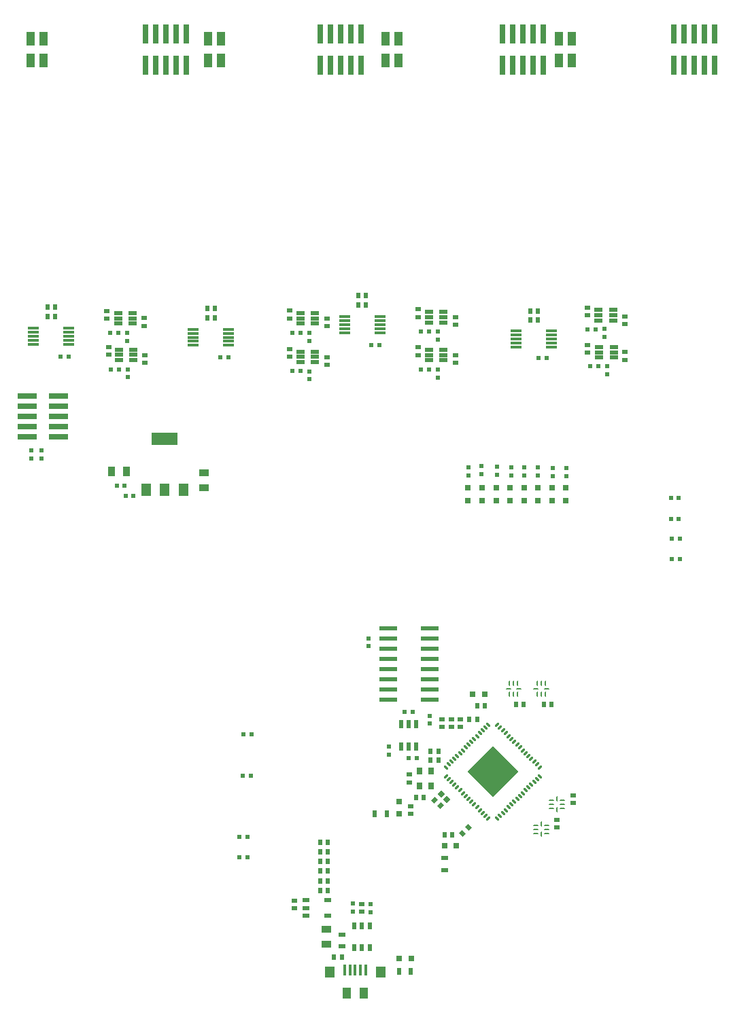
<source format=gtp>
G04*
G04 #@! TF.GenerationSoftware,Altium Limited,Altium Designer,21.0.8 (223)*
G04*
G04 Layer_Color=8421504*
%FSAX25Y25*%
%MOIN*%
G70*
G04*
G04 #@! TF.SameCoordinates,3E0ABAED-EBEF-4259-B410-402A04598C71*
G04*
G04*
G04 #@! TF.FilePolarity,Positive*
G04*
G01*
G75*
%ADD21R,0.01968X0.02362*%
%ADD22R,0.02992X0.09449*%
%ADD23R,0.02362X0.02520*%
G04:AMPARAMS|DCode=24|XSize=9.84mil|YSize=23.62mil|CornerRadius=2.46mil|HoleSize=0mil|Usage=FLASHONLY|Rotation=180.000|XOffset=0mil|YOffset=0mil|HoleType=Round|Shape=RoundedRectangle|*
%AMROUNDEDRECTD24*
21,1,0.00984,0.01870,0,0,180.0*
21,1,0.00492,0.02362,0,0,180.0*
1,1,0.00492,-0.00246,0.00935*
1,1,0.00492,0.00246,0.00935*
1,1,0.00492,0.00246,-0.00935*
1,1,0.00492,-0.00246,-0.00935*
%
%ADD24ROUNDEDRECTD24*%
G04:AMPARAMS|DCode=25|XSize=9.84mil|YSize=23.62mil|CornerRadius=2.46mil|HoleSize=0mil|Usage=FLASHONLY|Rotation=90.000|XOffset=0mil|YOffset=0mil|HoleType=Round|Shape=RoundedRectangle|*
%AMROUNDEDRECTD25*
21,1,0.00984,0.01870,0,0,90.0*
21,1,0.00492,0.02362,0,0,90.0*
1,1,0.00492,0.00935,0.00246*
1,1,0.00492,0.00935,-0.00246*
1,1,0.00492,-0.00935,-0.00246*
1,1,0.00492,-0.00935,0.00246*
%
%ADD25ROUNDEDRECTD25*%
%ADD26R,0.02520X0.02362*%
%ADD27R,0.02362X0.01968*%
%ADD28R,0.03937X0.01850*%
%ADD29R,0.05709X0.01181*%
%ADD30R,0.12992X0.06299*%
%ADD31R,0.04724X0.06299*%
%ADD32R,0.04134X0.06693*%
%ADD33R,0.03150X0.03150*%
%ADD34R,0.08661X0.02362*%
%ADD35R,0.08661X0.02362*%
%ADD36P,0.25055X4X90.0*%
G04:AMPARAMS|DCode=37|XSize=9.84mil|YSize=29.53mil|CornerRadius=0mil|HoleSize=0mil|Usage=FLASHONLY|Rotation=45.000|XOffset=0mil|YOffset=0mil|HoleType=Round|Shape=Round|*
%AMOVALD37*
21,1,0.01968,0.00984,0.00000,0.00000,135.0*
1,1,0.00984,0.00696,-0.00696*
1,1,0.00984,-0.00696,0.00696*
%
%ADD37OVALD37*%

G04:AMPARAMS|DCode=38|XSize=9.84mil|YSize=29.53mil|CornerRadius=0mil|HoleSize=0mil|Usage=FLASHONLY|Rotation=135.000|XOffset=0mil|YOffset=0mil|HoleType=Round|Shape=Round|*
%AMOVALD38*
21,1,0.01968,0.00984,0.00000,0.00000,225.0*
1,1,0.00984,0.00696,0.00696*
1,1,0.00984,-0.00696,-0.00696*
%
%ADD38OVALD38*%

%ADD39R,0.03150X0.03150*%
%ADD40R,0.02362X0.04134*%
%ADD41R,0.03150X0.03543*%
G04:AMPARAMS|DCode=42|XSize=25.2mil|YSize=23.62mil|CornerRadius=0mil|HoleSize=0mil|Usage=FLASHONLY|Rotation=45.000|XOffset=0mil|YOffset=0mil|HoleType=Round|Shape=Rectangle|*
%AMROTATEDRECTD42*
4,1,4,-0.00056,-0.01726,-0.01726,-0.00056,0.00056,0.01726,0.01726,0.00056,-0.00056,-0.01726,0.0*
%
%ADD42ROTATEDRECTD42*%

G04:AMPARAMS|DCode=43|XSize=23.62mil|YSize=19.68mil|CornerRadius=0mil|HoleSize=0mil|Usage=FLASHONLY|Rotation=45.000|XOffset=0mil|YOffset=0mil|HoleType=Round|Shape=Rectangle|*
%AMROTATEDRECTD43*
4,1,4,-0.00139,-0.01531,-0.01531,-0.00139,0.00139,0.01531,0.01531,0.00139,-0.00139,-0.01531,0.0*
%
%ADD43ROTATEDRECTD43*%

%ADD44R,0.02362X0.03543*%
G04:AMPARAMS|DCode=45|XSize=23.62mil|YSize=19.68mil|CornerRadius=0mil|HoleSize=0mil|Usage=FLASHONLY|Rotation=315.000|XOffset=0mil|YOffset=0mil|HoleType=Round|Shape=Rectangle|*
%AMROTATEDRECTD45*
4,1,4,-0.01531,0.00139,-0.00139,0.01531,0.01531,-0.00139,0.00139,-0.01531,-0.01531,0.00139,0.0*
%
%ADD45ROTATEDRECTD45*%

%ADD46R,0.03543X0.02362*%
%ADD47R,0.01890X0.03740*%
%ADD48R,0.05118X0.03543*%
%ADD49R,0.04724X0.05512*%
%ADD50R,0.04102X0.05480*%
%ADD51R,0.01575X0.05512*%
%ADD52R,0.03740X0.01890*%
%ADD53R,0.03543X0.05118*%
%ADD54R,0.09449X0.02992*%
D21*
X0691870Y3237299D02*
D03*
X0687933D02*
D03*
X0691477Y3217220D02*
D03*
X0687540D02*
D03*
X0625729Y3359346D02*
D03*
X0629666D02*
D03*
X0626910Y3416550D02*
D03*
X0622973D02*
D03*
X0626516Y3434267D02*
D03*
X0622579D02*
D03*
X0598288Y3422614D02*
D03*
X0602225D02*
D03*
X0633997Y3354535D02*
D03*
X0630060D02*
D03*
X0676438Y3422338D02*
D03*
X0680375D02*
D03*
X0715905Y3415768D02*
D03*
X0711968D02*
D03*
X0715887Y3434405D02*
D03*
X0711950D02*
D03*
X0750536Y3428531D02*
D03*
X0754473D02*
D03*
X0778879Y3416413D02*
D03*
X0774942D02*
D03*
X0778879Y3434995D02*
D03*
X0774942D02*
D03*
X0860375Y3435960D02*
D03*
X0856438D02*
D03*
X0861950Y3417928D02*
D03*
X0858013D02*
D03*
X0832422Y3421983D02*
D03*
X0836359D02*
D03*
X0901320Y3353362D02*
D03*
X0897383D02*
D03*
X0901320Y3343125D02*
D03*
X0897383D02*
D03*
X0901713Y3333283D02*
D03*
X0897776D02*
D03*
X0901713Y3323440D02*
D03*
X0897776D02*
D03*
X0766871Y3248362D02*
D03*
X0770808D02*
D03*
X0772934Y3225605D02*
D03*
X0768997D02*
D03*
X0685926Y3187141D02*
D03*
X0689863D02*
D03*
X0685926Y3177220D02*
D03*
X0689863D02*
D03*
D22*
X0745608Y3565842D02*
D03*
X0740608D02*
D03*
X0735607D02*
D03*
X0730608D02*
D03*
X0725607D02*
D03*
X0745608Y3581196D02*
D03*
X0740608D02*
D03*
X0735607D02*
D03*
X0730608D02*
D03*
X0725607D02*
D03*
X0659744Y3565842D02*
D03*
X0654744D02*
D03*
X0649744D02*
D03*
X0644744D02*
D03*
X0639744D02*
D03*
X0659744Y3581196D02*
D03*
X0654744D02*
D03*
X0649744D02*
D03*
X0644744D02*
D03*
X0639744D02*
D03*
X0834978Y3565842D02*
D03*
X0829978D02*
D03*
X0824977D02*
D03*
X0819977D02*
D03*
X0814977D02*
D03*
X0834978Y3581196D02*
D03*
X0829978D02*
D03*
X0824977D02*
D03*
X0819977D02*
D03*
X0814977D02*
D03*
X0918836Y3565842D02*
D03*
X0913836D02*
D03*
X0908836D02*
D03*
X0903836D02*
D03*
X0898836D02*
D03*
X0918836Y3581196D02*
D03*
X0913836D02*
D03*
X0908836D02*
D03*
X0903836D02*
D03*
X0898836D02*
D03*
D23*
X0729194Y3160842D02*
D03*
X0725414D02*
D03*
X0729194Y3165566D02*
D03*
X0725414D02*
D03*
X0729194Y3170291D02*
D03*
X0725414D02*
D03*
X0729194Y3175015D02*
D03*
X0725414D02*
D03*
X0729194Y3179739D02*
D03*
X0725414D02*
D03*
X0729194Y3184464D02*
D03*
X0725414D02*
D03*
X0821358Y3251984D02*
D03*
X0825138D02*
D03*
X0835138D02*
D03*
X0838918D02*
D03*
X0591871Y3442456D02*
D03*
X0595650D02*
D03*
X0591871Y3446983D02*
D03*
X0595650D02*
D03*
X0670099Y3441747D02*
D03*
X0673879D02*
D03*
X0670099Y3446275D02*
D03*
X0673879D02*
D03*
X0744233Y3448046D02*
D03*
X0748013D02*
D03*
X0744233Y3452613D02*
D03*
X0748013D02*
D03*
X0828462Y3445153D02*
D03*
X0832241D02*
D03*
X0828446Y3440606D02*
D03*
X0832225D02*
D03*
X0802461Y3244621D02*
D03*
X0798682D02*
D03*
X0806241Y3251472D02*
D03*
X0802461D02*
D03*
X0783446Y3224661D02*
D03*
X0779666D02*
D03*
X0783446Y3229188D02*
D03*
X0779666D02*
D03*
X0776202Y3206550D02*
D03*
X0772422D02*
D03*
X0786359Y3188204D02*
D03*
X0790139D02*
D03*
X0736084Y3128165D02*
D03*
X0732304D02*
D03*
D24*
X0831870Y3257240D02*
D03*
X0833839D02*
D03*
X0835807D02*
D03*
Y3262555D02*
D03*
X0833839D02*
D03*
X0831870D02*
D03*
X0818327Y3257240D02*
D03*
X0820296D02*
D03*
X0822264D02*
D03*
Y3262555D02*
D03*
X0820296D02*
D03*
X0818327D02*
D03*
X0841555Y3205606D02*
D03*
Y3200488D02*
D03*
X0833760Y3193401D02*
D03*
Y3188283D02*
D03*
D25*
X0836398Y3259897D02*
D03*
X0831280D02*
D03*
X0822855D02*
D03*
X0817737D02*
D03*
X0844213Y3201078D02*
D03*
Y3203047D02*
D03*
Y3205015D02*
D03*
X0838898D02*
D03*
Y3203047D02*
D03*
Y3201078D02*
D03*
X0836418Y3188873D02*
D03*
Y3190842D02*
D03*
Y3192810D02*
D03*
X0831103D02*
D03*
Y3190842D02*
D03*
Y3188873D02*
D03*
D26*
X0849666Y3203756D02*
D03*
Y3207535D02*
D03*
X0841516Y3191669D02*
D03*
Y3195448D02*
D03*
X0621005Y3445212D02*
D03*
Y3441432D02*
D03*
X0621792Y3427495D02*
D03*
Y3423716D02*
D03*
X0639115Y3437889D02*
D03*
Y3441668D02*
D03*
X0639509Y3419779D02*
D03*
Y3423558D02*
D03*
X0710375Y3426511D02*
D03*
Y3422731D02*
D03*
X0728879Y3418795D02*
D03*
Y3422574D02*
D03*
Y3437633D02*
D03*
Y3441413D02*
D03*
X0710375Y3445350D02*
D03*
Y3441570D02*
D03*
X0773367Y3427357D02*
D03*
Y3423578D02*
D03*
Y3445940D02*
D03*
Y3442160D02*
D03*
X0791879Y3419637D02*
D03*
Y3423417D02*
D03*
X0791971Y3438306D02*
D03*
Y3442086D02*
D03*
X0874942Y3438794D02*
D03*
Y3442574D02*
D03*
X0856438Y3428479D02*
D03*
Y3424700D02*
D03*
X0874942Y3421157D02*
D03*
Y3424936D02*
D03*
X0794312Y3240921D02*
D03*
Y3244700D02*
D03*
X0789745Y3240921D02*
D03*
Y3244700D02*
D03*
X0785139Y3240921D02*
D03*
Y3244700D02*
D03*
X0769036Y3217692D02*
D03*
Y3213913D02*
D03*
X0769784Y3198401D02*
D03*
Y3202180D02*
D03*
X0746005Y3150409D02*
D03*
Y3154188D02*
D03*
X0712737Y3151944D02*
D03*
Y3155724D02*
D03*
X0856438Y3443125D02*
D03*
Y3446905D02*
D03*
D27*
X0630847Y3430330D02*
D03*
Y3434267D02*
D03*
X0631241Y3412613D02*
D03*
Y3416550D02*
D03*
X0588976Y3376590D02*
D03*
Y3372653D02*
D03*
X0583997Y3376590D02*
D03*
Y3372653D02*
D03*
X0720217Y3411629D02*
D03*
Y3415566D02*
D03*
Y3430468D02*
D03*
Y3434405D02*
D03*
X0783209Y3431058D02*
D03*
Y3434995D02*
D03*
Y3412476D02*
D03*
Y3416413D02*
D03*
X0864705Y3432417D02*
D03*
Y3436354D02*
D03*
X0866280Y3413991D02*
D03*
Y3417928D02*
D03*
X0798091Y3368401D02*
D03*
Y3364464D02*
D03*
X0804509Y3368991D02*
D03*
Y3365054D02*
D03*
X0812186Y3368598D02*
D03*
Y3364661D02*
D03*
X0819351Y3368401D02*
D03*
Y3364464D02*
D03*
X0825650Y3368519D02*
D03*
Y3364582D02*
D03*
X0832304Y3368283D02*
D03*
Y3364346D02*
D03*
X0839548Y3367928D02*
D03*
Y3363992D02*
D03*
X0846044Y3368164D02*
D03*
Y3364228D02*
D03*
X0779194Y3246550D02*
D03*
Y3242613D02*
D03*
X0759194Y3227456D02*
D03*
Y3231393D02*
D03*
X0750326Y3154099D02*
D03*
Y3150162D02*
D03*
X0741674Y3154267D02*
D03*
Y3150330D02*
D03*
X0749351Y3280605D02*
D03*
Y3284542D02*
D03*
D28*
X0626910Y3426196D02*
D03*
Y3421078D02*
D03*
X0633997Y3423637D02*
D03*
Y3421078D02*
D03*
Y3426196D02*
D03*
X0626910Y3423637D02*
D03*
X0626516Y3444109D02*
D03*
Y3438991D02*
D03*
X0633603Y3441550D02*
D03*
Y3438991D02*
D03*
Y3444109D02*
D03*
X0626516Y3441550D02*
D03*
X0715887Y3425212D02*
D03*
Y3420094D02*
D03*
X0722973Y3422653D02*
D03*
Y3420094D02*
D03*
Y3425212D02*
D03*
X0715887Y3422653D02*
D03*
Y3444050D02*
D03*
Y3438932D02*
D03*
X0722973Y3441491D02*
D03*
Y3438932D02*
D03*
Y3444050D02*
D03*
X0715887Y3441491D02*
D03*
X0778879Y3426058D02*
D03*
Y3420940D02*
D03*
X0785965Y3423499D02*
D03*
Y3420940D02*
D03*
Y3426058D02*
D03*
X0778879Y3423499D02*
D03*
X0778879Y3444641D02*
D03*
Y3439523D02*
D03*
X0785965Y3442082D02*
D03*
Y3439523D02*
D03*
Y3444641D02*
D03*
X0778879Y3442082D02*
D03*
X0861950Y3445605D02*
D03*
Y3440487D02*
D03*
X0869036Y3443047D02*
D03*
Y3440487D02*
D03*
Y3445605D02*
D03*
X0861950Y3443047D02*
D03*
X0862343Y3427377D02*
D03*
Y3422259D02*
D03*
X0869430Y3424818D02*
D03*
Y3422259D02*
D03*
Y3427377D02*
D03*
X0862343Y3424818D02*
D03*
D29*
X0584906Y3428873D02*
D03*
Y3430842D02*
D03*
Y3432810D02*
D03*
Y3434779D02*
D03*
Y3436747D02*
D03*
X0602228D02*
D03*
Y3434779D02*
D03*
Y3432810D02*
D03*
Y3430842D02*
D03*
Y3428873D02*
D03*
X0663173Y3428283D02*
D03*
Y3430251D02*
D03*
Y3432220D02*
D03*
Y3434188D02*
D03*
Y3436157D02*
D03*
X0680496D02*
D03*
Y3434188D02*
D03*
Y3432220D02*
D03*
Y3430251D02*
D03*
Y3428283D02*
D03*
X0737386Y3434542D02*
D03*
Y3436511D02*
D03*
Y3438479D02*
D03*
Y3440448D02*
D03*
Y3442416D02*
D03*
X0754709D02*
D03*
Y3440448D02*
D03*
Y3438479D02*
D03*
Y3436511D02*
D03*
Y3434542D02*
D03*
X0821599Y3427574D02*
D03*
Y3429542D02*
D03*
Y3431511D02*
D03*
Y3433479D02*
D03*
Y3435448D02*
D03*
X0838921D02*
D03*
Y3433479D02*
D03*
Y3431511D02*
D03*
Y3429542D02*
D03*
Y3427574D02*
D03*
D30*
X0649351Y3382495D02*
D03*
D31*
X0658406Y3357298D02*
D03*
X0649351D02*
D03*
X0640296D02*
D03*
D32*
X0589961Y3568204D02*
D03*
Y3578834D02*
D03*
X0583465Y3568204D02*
D03*
Y3578834D02*
D03*
X0677008Y3568204D02*
D03*
Y3578834D02*
D03*
X0670512Y3568204D02*
D03*
Y3578834D02*
D03*
X0764016Y3568204D02*
D03*
Y3578834D02*
D03*
X0757520Y3568204D02*
D03*
Y3578834D02*
D03*
X0849016Y3568204D02*
D03*
Y3578834D02*
D03*
X0842520Y3568204D02*
D03*
Y3578834D02*
D03*
D33*
X0798013Y3358519D02*
D03*
Y3352220D02*
D03*
X0804863Y3358519D02*
D03*
Y3352220D02*
D03*
X0811753Y3358480D02*
D03*
Y3352180D02*
D03*
X0818643Y3358480D02*
D03*
Y3352180D02*
D03*
X0825493Y3358401D02*
D03*
Y3352102D02*
D03*
X0832343Y3358401D02*
D03*
Y3352102D02*
D03*
X0839194Y3358361D02*
D03*
Y3352062D02*
D03*
X0846005Y3358322D02*
D03*
Y3352023D02*
D03*
X0764351Y3198401D02*
D03*
Y3204306D02*
D03*
D34*
X0779233Y3254562D02*
D03*
Y3274562D02*
D03*
X0758760D02*
D03*
D35*
Y3269562D02*
D03*
Y3264562D02*
D03*
Y3259562D02*
D03*
Y3254562D02*
D03*
X0779233Y3269562D02*
D03*
Y3264562D02*
D03*
Y3259562D02*
D03*
Y3279562D02*
D03*
Y3284562D02*
D03*
X0758760Y3279562D02*
D03*
Y3284562D02*
D03*
Y3289562D02*
D03*
X0779233D02*
D03*
D36*
X0810130Y3219059D02*
D03*
D37*
X0787093Y3221216D02*
D03*
X0788485Y3222608D02*
D03*
X0789877Y3224000D02*
D03*
X0791269Y3225392D02*
D03*
X0792661Y3226784D02*
D03*
X0794053Y3228176D02*
D03*
X0795445Y3229568D02*
D03*
X0796837Y3230960D02*
D03*
X0798229Y3232352D02*
D03*
X0799621Y3233744D02*
D03*
X0801013Y3235136D02*
D03*
X0802405Y3236528D02*
D03*
X0803796Y3237920D02*
D03*
X0805188Y3239311D02*
D03*
X0806580Y3240704D02*
D03*
X0807972Y3242095D02*
D03*
X0833167Y3216901D02*
D03*
X0831775Y3215509D02*
D03*
X0830383Y3214117D02*
D03*
X0828991Y3212725D02*
D03*
X0827599Y3211333D02*
D03*
X0826207Y3209941D02*
D03*
X0824815Y3208549D02*
D03*
X0823423Y3207158D02*
D03*
X0822031Y3205766D02*
D03*
X0820639Y3204374D02*
D03*
X0819247Y3202982D02*
D03*
X0817855Y3201590D02*
D03*
X0816463Y3200198D02*
D03*
X0815071Y3198806D02*
D03*
X0813679Y3197414D02*
D03*
X0812287Y3196022D02*
D03*
D38*
Y3242095D02*
D03*
X0813679Y3240704D02*
D03*
X0815071Y3239311D02*
D03*
X0816463Y3237920D02*
D03*
X0817855Y3236528D02*
D03*
X0819247Y3235136D02*
D03*
X0820639Y3233744D02*
D03*
X0822031Y3232352D02*
D03*
X0823423Y3230960D02*
D03*
X0824815Y3229568D02*
D03*
X0826207Y3228176D02*
D03*
X0827599Y3226784D02*
D03*
X0828991Y3225392D02*
D03*
X0830383Y3224000D02*
D03*
X0831775Y3222608D02*
D03*
X0833167Y3221216D02*
D03*
X0807972Y3196022D02*
D03*
X0806580Y3197414D02*
D03*
X0805188Y3198806D02*
D03*
X0803796Y3200198D02*
D03*
X0802405Y3201590D02*
D03*
X0801013Y3202982D02*
D03*
X0799621Y3204374D02*
D03*
X0798229Y3205766D02*
D03*
X0796837Y3207158D02*
D03*
X0795445Y3208549D02*
D03*
X0794053Y3209941D02*
D03*
X0792661Y3211333D02*
D03*
X0791269Y3212725D02*
D03*
X0789877Y3214117D02*
D03*
X0788485Y3215509D02*
D03*
X0787093Y3216901D02*
D03*
D39*
X0806162Y3257023D02*
D03*
X0800257D02*
D03*
X0786398Y3182810D02*
D03*
X0792304D02*
D03*
X0770217Y3127574D02*
D03*
X0764312D02*
D03*
D40*
X0772658Y3231295D02*
D03*
X0768918D02*
D03*
X0765178D02*
D03*
Y3242515D02*
D03*
X0768918D02*
D03*
X0772658D02*
D03*
D41*
X0779961Y3219523D02*
D03*
Y3212239D02*
D03*
X0774253D02*
D03*
Y3219523D02*
D03*
D42*
X0787459Y3205529D02*
D03*
X0784787Y3208202D02*
D03*
D43*
X0784444Y3202324D02*
D03*
X0781660Y3205108D02*
D03*
D44*
X0752146Y3198361D02*
D03*
X0758052D02*
D03*
X0764115Y3121078D02*
D03*
X0770020D02*
D03*
D45*
X0795243Y3188820D02*
D03*
X0798027Y3191604D02*
D03*
D46*
X0786398Y3170842D02*
D03*
Y3176747D02*
D03*
X0736084Y3133283D02*
D03*
Y3139188D02*
D03*
D47*
X0742265Y3132692D02*
D03*
X0749745D02*
D03*
X0746005Y3143322D02*
D03*
X0749745D02*
D03*
X0742265D02*
D03*
X0746005Y3132692D02*
D03*
D48*
X0728485Y3134267D02*
D03*
Y3141747D02*
D03*
X0668643Y3358283D02*
D03*
Y3365763D02*
D03*
D49*
X0730060Y3120783D02*
D03*
X0755257D02*
D03*
D50*
X0738623Y3110448D02*
D03*
X0746694D02*
D03*
D51*
X0737540Y3121668D02*
D03*
X0745217D02*
D03*
X0747776D02*
D03*
X0742658D02*
D03*
X0740099D02*
D03*
D52*
X0718524Y3155961D02*
D03*
Y3148480D02*
D03*
X0729154D02*
D03*
Y3155961D02*
D03*
X0718524Y3152220D02*
D03*
D53*
X0630650Y3366354D02*
D03*
X0623170D02*
D03*
D54*
X0597186Y3403519D02*
D03*
Y3398519D02*
D03*
Y3393519D02*
D03*
Y3388519D02*
D03*
Y3383519D02*
D03*
X0581832Y3403519D02*
D03*
Y3398519D02*
D03*
Y3393519D02*
D03*
Y3388519D02*
D03*
Y3383519D02*
D03*
M02*

</source>
